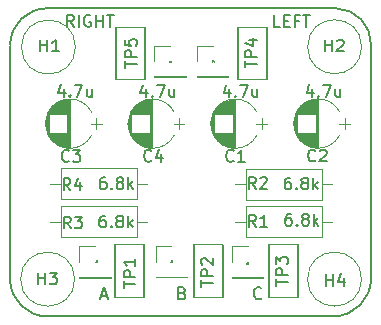
<source format=gto>
G04 #@! TF.FileFunction,Legend,Top*
%FSLAX46Y46*%
G04 Gerber Fmt 4.6, Leading zero omitted, Abs format (unit mm)*
G04 Created by KiCad (PCBNEW 4.0.7) date 10/31/19 18:54:42*
%MOMM*%
%LPD*%
G01*
G04 APERTURE LIST*
%ADD10C,0.100000*%
%ADD11C,0.150000*%
%ADD12C,0.200000*%
%ADD13C,0.120000*%
%ADD14C,0.031750*%
G04 APERTURE END LIST*
D10*
D11*
X157612000Y-82707000D02*
X182095000Y-82707000D01*
X157620000Y-108776000D02*
X181851000Y-108776000D01*
D12*
X175732524Y-107240143D02*
X175684905Y-107287762D01*
X175542048Y-107335381D01*
X175446810Y-107335381D01*
X175303952Y-107287762D01*
X175208714Y-107192524D01*
X175161095Y-107097286D01*
X175113476Y-106906810D01*
X175113476Y-106763952D01*
X175161095Y-106573476D01*
X175208714Y-106478238D01*
X175303952Y-106383000D01*
X175446810Y-106335381D01*
X175542048Y-106335381D01*
X175684905Y-106383000D01*
X175732524Y-106430619D01*
X169067429Y-106821571D02*
X169210286Y-106869190D01*
X169257905Y-106916810D01*
X169305524Y-107012048D01*
X169305524Y-107154905D01*
X169257905Y-107250143D01*
X169210286Y-107297762D01*
X169115048Y-107345381D01*
X168734095Y-107345381D01*
X168734095Y-106345381D01*
X169067429Y-106345381D01*
X169162667Y-106393000D01*
X169210286Y-106440619D01*
X169257905Y-106535857D01*
X169257905Y-106631095D01*
X169210286Y-106726333D01*
X169162667Y-106773952D01*
X169067429Y-106821571D01*
X168734095Y-106821571D01*
X162219905Y-107049667D02*
X162696096Y-107049667D01*
X162124667Y-107335381D02*
X162458000Y-106335381D01*
X162791334Y-107335381D01*
X177332619Y-84300381D02*
X176856428Y-84300381D01*
X176856428Y-83300381D01*
X177665952Y-83776571D02*
X177999286Y-83776571D01*
X178142143Y-84300381D02*
X177665952Y-84300381D01*
X177665952Y-83300381D01*
X178142143Y-83300381D01*
X178904048Y-83776571D02*
X178570714Y-83776571D01*
X178570714Y-84300381D02*
X178570714Y-83300381D01*
X179046905Y-83300381D01*
X179285000Y-83300381D02*
X179856429Y-83300381D01*
X179570714Y-84300381D02*
X179570714Y-83300381D01*
X159852667Y-84272381D02*
X159519333Y-83796190D01*
X159281238Y-84272381D02*
X159281238Y-83272381D01*
X159662191Y-83272381D01*
X159757429Y-83320000D01*
X159805048Y-83367619D01*
X159852667Y-83462857D01*
X159852667Y-83605714D01*
X159805048Y-83700952D01*
X159757429Y-83748571D01*
X159662191Y-83796190D01*
X159281238Y-83796190D01*
X160281238Y-84272381D02*
X160281238Y-83272381D01*
X161281238Y-83320000D02*
X161186000Y-83272381D01*
X161043143Y-83272381D01*
X160900285Y-83320000D01*
X160805047Y-83415238D01*
X160757428Y-83510476D01*
X160709809Y-83700952D01*
X160709809Y-83843810D01*
X160757428Y-84034286D01*
X160805047Y-84129524D01*
X160900285Y-84224762D01*
X161043143Y-84272381D01*
X161138381Y-84272381D01*
X161281238Y-84224762D01*
X161328857Y-84177143D01*
X161328857Y-83843810D01*
X161138381Y-83843810D01*
X161757428Y-84272381D02*
X161757428Y-83272381D01*
X161757428Y-83748571D02*
X162328857Y-83748571D01*
X162328857Y-84272381D02*
X162328857Y-83272381D01*
X162662190Y-83272381D02*
X163233619Y-83272381D01*
X162947904Y-84272381D02*
X162947904Y-83272381D01*
X180059810Y-89533714D02*
X180059810Y-90200381D01*
X179821714Y-89152762D02*
X179583619Y-89867048D01*
X180202667Y-89867048D01*
X180583619Y-90105143D02*
X180631238Y-90152762D01*
X180583619Y-90200381D01*
X180536000Y-90152762D01*
X180583619Y-90105143D01*
X180583619Y-90200381D01*
X180964571Y-89200381D02*
X181631238Y-89200381D01*
X181202666Y-90200381D01*
X182440762Y-89533714D02*
X182440762Y-90200381D01*
X182012190Y-89533714D02*
X182012190Y-90057524D01*
X182059809Y-90152762D01*
X182155047Y-90200381D01*
X182297905Y-90200381D01*
X182393143Y-90152762D01*
X182440762Y-90105143D01*
X173033810Y-89556714D02*
X173033810Y-90223381D01*
X172795714Y-89175762D02*
X172557619Y-89890048D01*
X173176667Y-89890048D01*
X173557619Y-90128143D02*
X173605238Y-90175762D01*
X173557619Y-90223381D01*
X173510000Y-90175762D01*
X173557619Y-90128143D01*
X173557619Y-90223381D01*
X173938571Y-89223381D02*
X174605238Y-89223381D01*
X174176666Y-90223381D01*
X175414762Y-89556714D02*
X175414762Y-90223381D01*
X174986190Y-89556714D02*
X174986190Y-90080524D01*
X175033809Y-90175762D01*
X175129047Y-90223381D01*
X175271905Y-90223381D01*
X175367143Y-90175762D01*
X175414762Y-90128143D01*
X165992810Y-89556714D02*
X165992810Y-90223381D01*
X165754714Y-89175762D02*
X165516619Y-89890048D01*
X166135667Y-89890048D01*
X166516619Y-90128143D02*
X166564238Y-90175762D01*
X166516619Y-90223381D01*
X166469000Y-90175762D01*
X166516619Y-90128143D01*
X166516619Y-90223381D01*
X166897571Y-89223381D02*
X167564238Y-89223381D01*
X167135666Y-90223381D01*
X168373762Y-89556714D02*
X168373762Y-90223381D01*
X167945190Y-89556714D02*
X167945190Y-90080524D01*
X167992809Y-90175762D01*
X168088047Y-90223381D01*
X168230905Y-90223381D01*
X168326143Y-90175762D01*
X168373762Y-90128143D01*
X162548429Y-97018381D02*
X162357952Y-97018381D01*
X162262714Y-97066000D01*
X162215095Y-97113619D01*
X162119857Y-97256476D01*
X162072238Y-97446952D01*
X162072238Y-97827905D01*
X162119857Y-97923143D01*
X162167476Y-97970762D01*
X162262714Y-98018381D01*
X162453191Y-98018381D01*
X162548429Y-97970762D01*
X162596048Y-97923143D01*
X162643667Y-97827905D01*
X162643667Y-97589810D01*
X162596048Y-97494571D01*
X162548429Y-97446952D01*
X162453191Y-97399333D01*
X162262714Y-97399333D01*
X162167476Y-97446952D01*
X162119857Y-97494571D01*
X162072238Y-97589810D01*
X163072238Y-97923143D02*
X163119857Y-97970762D01*
X163072238Y-98018381D01*
X163024619Y-97970762D01*
X163072238Y-97923143D01*
X163072238Y-98018381D01*
X163691285Y-97446952D02*
X163596047Y-97399333D01*
X163548428Y-97351714D01*
X163500809Y-97256476D01*
X163500809Y-97208857D01*
X163548428Y-97113619D01*
X163596047Y-97066000D01*
X163691285Y-97018381D01*
X163881762Y-97018381D01*
X163977000Y-97066000D01*
X164024619Y-97113619D01*
X164072238Y-97208857D01*
X164072238Y-97256476D01*
X164024619Y-97351714D01*
X163977000Y-97399333D01*
X163881762Y-97446952D01*
X163691285Y-97446952D01*
X163596047Y-97494571D01*
X163548428Y-97542190D01*
X163500809Y-97637429D01*
X163500809Y-97827905D01*
X163548428Y-97923143D01*
X163596047Y-97970762D01*
X163691285Y-98018381D01*
X163881762Y-98018381D01*
X163977000Y-97970762D01*
X164024619Y-97923143D01*
X164072238Y-97827905D01*
X164072238Y-97637429D01*
X164024619Y-97542190D01*
X163977000Y-97494571D01*
X163881762Y-97446952D01*
X164500809Y-98018381D02*
X164500809Y-97018381D01*
X164596047Y-97637429D02*
X164881762Y-98018381D01*
X164881762Y-97351714D02*
X164500809Y-97732667D01*
X178250429Y-100120381D02*
X178059952Y-100120381D01*
X177964714Y-100168000D01*
X177917095Y-100215619D01*
X177821857Y-100358476D01*
X177774238Y-100548952D01*
X177774238Y-100929905D01*
X177821857Y-101025143D01*
X177869476Y-101072762D01*
X177964714Y-101120381D01*
X178155191Y-101120381D01*
X178250429Y-101072762D01*
X178298048Y-101025143D01*
X178345667Y-100929905D01*
X178345667Y-100691810D01*
X178298048Y-100596571D01*
X178250429Y-100548952D01*
X178155191Y-100501333D01*
X177964714Y-100501333D01*
X177869476Y-100548952D01*
X177821857Y-100596571D01*
X177774238Y-100691810D01*
X178774238Y-101025143D02*
X178821857Y-101072762D01*
X178774238Y-101120381D01*
X178726619Y-101072762D01*
X178774238Y-101025143D01*
X178774238Y-101120381D01*
X179393285Y-100548952D02*
X179298047Y-100501333D01*
X179250428Y-100453714D01*
X179202809Y-100358476D01*
X179202809Y-100310857D01*
X179250428Y-100215619D01*
X179298047Y-100168000D01*
X179393285Y-100120381D01*
X179583762Y-100120381D01*
X179679000Y-100168000D01*
X179726619Y-100215619D01*
X179774238Y-100310857D01*
X179774238Y-100358476D01*
X179726619Y-100453714D01*
X179679000Y-100501333D01*
X179583762Y-100548952D01*
X179393285Y-100548952D01*
X179298047Y-100596571D01*
X179250428Y-100644190D01*
X179202809Y-100739429D01*
X179202809Y-100929905D01*
X179250428Y-101025143D01*
X179298047Y-101072762D01*
X179393285Y-101120381D01*
X179583762Y-101120381D01*
X179679000Y-101072762D01*
X179726619Y-101025143D01*
X179774238Y-100929905D01*
X179774238Y-100739429D01*
X179726619Y-100644190D01*
X179679000Y-100596571D01*
X179583762Y-100548952D01*
X180202809Y-101120381D02*
X180202809Y-100120381D01*
X180298047Y-100739429D02*
X180583762Y-101120381D01*
X180583762Y-100453714D02*
X180202809Y-100834667D01*
X178194429Y-97046381D02*
X178003952Y-97046381D01*
X177908714Y-97094000D01*
X177861095Y-97141619D01*
X177765857Y-97284476D01*
X177718238Y-97474952D01*
X177718238Y-97855905D01*
X177765857Y-97951143D01*
X177813476Y-97998762D01*
X177908714Y-98046381D01*
X178099191Y-98046381D01*
X178194429Y-97998762D01*
X178242048Y-97951143D01*
X178289667Y-97855905D01*
X178289667Y-97617810D01*
X178242048Y-97522571D01*
X178194429Y-97474952D01*
X178099191Y-97427333D01*
X177908714Y-97427333D01*
X177813476Y-97474952D01*
X177765857Y-97522571D01*
X177718238Y-97617810D01*
X178718238Y-97951143D02*
X178765857Y-97998762D01*
X178718238Y-98046381D01*
X178670619Y-97998762D01*
X178718238Y-97951143D01*
X178718238Y-98046381D01*
X179337285Y-97474952D02*
X179242047Y-97427333D01*
X179194428Y-97379714D01*
X179146809Y-97284476D01*
X179146809Y-97236857D01*
X179194428Y-97141619D01*
X179242047Y-97094000D01*
X179337285Y-97046381D01*
X179527762Y-97046381D01*
X179623000Y-97094000D01*
X179670619Y-97141619D01*
X179718238Y-97236857D01*
X179718238Y-97284476D01*
X179670619Y-97379714D01*
X179623000Y-97427333D01*
X179527762Y-97474952D01*
X179337285Y-97474952D01*
X179242047Y-97522571D01*
X179194428Y-97570190D01*
X179146809Y-97665429D01*
X179146809Y-97855905D01*
X179194428Y-97951143D01*
X179242047Y-97998762D01*
X179337285Y-98046381D01*
X179527762Y-98046381D01*
X179623000Y-97998762D01*
X179670619Y-97951143D01*
X179718238Y-97855905D01*
X179718238Y-97665429D01*
X179670619Y-97570190D01*
X179623000Y-97522571D01*
X179527762Y-97474952D01*
X180146809Y-98046381D02*
X180146809Y-97046381D01*
X180242047Y-97665429D02*
X180527762Y-98046381D01*
X180527762Y-97379714D02*
X180146809Y-97760667D01*
X162520429Y-100260381D02*
X162329952Y-100260381D01*
X162234714Y-100308000D01*
X162187095Y-100355619D01*
X162091857Y-100498476D01*
X162044238Y-100688952D01*
X162044238Y-101069905D01*
X162091857Y-101165143D01*
X162139476Y-101212762D01*
X162234714Y-101260381D01*
X162425191Y-101260381D01*
X162520429Y-101212762D01*
X162568048Y-101165143D01*
X162615667Y-101069905D01*
X162615667Y-100831810D01*
X162568048Y-100736571D01*
X162520429Y-100688952D01*
X162425191Y-100641333D01*
X162234714Y-100641333D01*
X162139476Y-100688952D01*
X162091857Y-100736571D01*
X162044238Y-100831810D01*
X163044238Y-101165143D02*
X163091857Y-101212762D01*
X163044238Y-101260381D01*
X162996619Y-101212762D01*
X163044238Y-101165143D01*
X163044238Y-101260381D01*
X163663285Y-100688952D02*
X163568047Y-100641333D01*
X163520428Y-100593714D01*
X163472809Y-100498476D01*
X163472809Y-100450857D01*
X163520428Y-100355619D01*
X163568047Y-100308000D01*
X163663285Y-100260381D01*
X163853762Y-100260381D01*
X163949000Y-100308000D01*
X163996619Y-100355619D01*
X164044238Y-100450857D01*
X164044238Y-100498476D01*
X163996619Y-100593714D01*
X163949000Y-100641333D01*
X163853762Y-100688952D01*
X163663285Y-100688952D01*
X163568047Y-100736571D01*
X163520428Y-100784190D01*
X163472809Y-100879429D01*
X163472809Y-101069905D01*
X163520428Y-101165143D01*
X163568047Y-101212762D01*
X163663285Y-101260381D01*
X163853762Y-101260381D01*
X163949000Y-101212762D01*
X163996619Y-101165143D01*
X164044238Y-101069905D01*
X164044238Y-100879429D01*
X163996619Y-100784190D01*
X163949000Y-100736571D01*
X163853762Y-100688952D01*
X164472809Y-101260381D02*
X164472809Y-100260381D01*
X164568047Y-100879429D02*
X164853762Y-101260381D01*
X164853762Y-100593714D02*
X164472809Y-100974667D01*
X159028810Y-89518714D02*
X159028810Y-90185381D01*
X158790714Y-89137762D02*
X158552619Y-89852048D01*
X159171667Y-89852048D01*
X159552619Y-90090143D02*
X159600238Y-90137762D01*
X159552619Y-90185381D01*
X159505000Y-90137762D01*
X159552619Y-90090143D01*
X159552619Y-90185381D01*
X159933571Y-89185381D02*
X160600238Y-89185381D01*
X160171666Y-90185381D01*
X161409762Y-89518714D02*
X161409762Y-90185381D01*
X160981190Y-89518714D02*
X160981190Y-90042524D01*
X161028809Y-90137762D01*
X161124047Y-90185381D01*
X161266905Y-90185381D01*
X161362143Y-90137762D01*
X161409762Y-90090143D01*
D11*
X154467000Y-105770000D02*
X154467000Y-85863000D01*
X185023000Y-85794000D02*
X185023000Y-105636000D01*
X154472000Y-105697000D02*
G75*
G03X157685000Y-108794000I3155000J58000D01*
G01*
X181849000Y-108789000D02*
G75*
G03X185035000Y-105603000I0J3186000D01*
G01*
X157628000Y-82710000D02*
G75*
G03X154479000Y-85819000I-20000J-3129000D01*
G01*
X185037000Y-85803000D02*
G75*
G03X182065000Y-82709000I-3033000J61000D01*
G01*
D13*
X160328000Y-105534000D02*
X162988000Y-105534000D01*
X160328000Y-105474000D02*
X160328000Y-105534000D01*
X162988000Y-105474000D02*
X162988000Y-105534000D01*
X160328000Y-105474000D02*
X162988000Y-105474000D01*
X160328000Y-104204000D02*
X160328000Y-102874000D01*
X160328000Y-102874000D02*
X161658000Y-102874000D01*
X166798000Y-105480000D02*
X169458000Y-105480000D01*
X166798000Y-105420000D02*
X166798000Y-105480000D01*
X169458000Y-105420000D02*
X169458000Y-105480000D01*
X166798000Y-105420000D02*
X169458000Y-105420000D01*
X166798000Y-104150000D02*
X166798000Y-102820000D01*
X166798000Y-102820000D02*
X168128000Y-102820000D01*
X173259000Y-105531000D02*
X175919000Y-105531000D01*
X173259000Y-105471000D02*
X173259000Y-105531000D01*
X175919000Y-105471000D02*
X175919000Y-105531000D01*
X173259000Y-105471000D02*
X175919000Y-105471000D01*
X173259000Y-104201000D02*
X173259000Y-102871000D01*
X173259000Y-102871000D02*
X174589000Y-102871000D01*
X170301000Y-88523000D02*
X172961000Y-88523000D01*
X170301000Y-88463000D02*
X170301000Y-88523000D01*
X172961000Y-88463000D02*
X172961000Y-88523000D01*
X170301000Y-88463000D02*
X172961000Y-88463000D01*
X170301000Y-87193000D02*
X170301000Y-85863000D01*
X170301000Y-85863000D02*
X171631000Y-85863000D01*
X166695000Y-88524000D02*
X169355000Y-88524000D01*
X166695000Y-88464000D02*
X166695000Y-88524000D01*
X169355000Y-88464000D02*
X169355000Y-88524000D01*
X166695000Y-88464000D02*
X169355000Y-88464000D01*
X166695000Y-87194000D02*
X166695000Y-85864000D01*
X166695000Y-85864000D02*
X168025000Y-85864000D01*
X174427000Y-99477000D02*
X174427000Y-102097000D01*
X174427000Y-102097000D02*
X180847000Y-102097000D01*
X180847000Y-102097000D02*
X180847000Y-99477000D01*
X180847000Y-99477000D02*
X174427000Y-99477000D01*
X173537000Y-100787000D02*
X174427000Y-100787000D01*
X181737000Y-100787000D02*
X180847000Y-100787000D01*
X174428000Y-96312000D02*
X174428000Y-98932000D01*
X174428000Y-98932000D02*
X180848000Y-98932000D01*
X180848000Y-98932000D02*
X180848000Y-96312000D01*
X180848000Y-96312000D02*
X174428000Y-96312000D01*
X173538000Y-97622000D02*
X174428000Y-97622000D01*
X181738000Y-97622000D02*
X180848000Y-97622000D01*
X165191000Y-102092000D02*
X165191000Y-99472000D01*
X165191000Y-99472000D02*
X158771000Y-99472000D01*
X158771000Y-99472000D02*
X158771000Y-102092000D01*
X158771000Y-102092000D02*
X165191000Y-102092000D01*
X166081000Y-100782000D02*
X165191000Y-100782000D01*
X157881000Y-100782000D02*
X158771000Y-100782000D01*
X165191000Y-98892000D02*
X165191000Y-96272000D01*
X165191000Y-96272000D02*
X158771000Y-96272000D01*
X158771000Y-96272000D02*
X158771000Y-98892000D01*
X158771000Y-98892000D02*
X165191000Y-98892000D01*
X166081000Y-97582000D02*
X165191000Y-97582000D01*
X157881000Y-97582000D02*
X158771000Y-97582000D01*
D11*
X163485000Y-84269000D02*
X163485000Y-88709000D01*
X165935000Y-88709000D02*
X165935000Y-84279000D01*
D13*
X163485000Y-84259000D02*
X165885000Y-84259000D01*
X165915000Y-88729000D02*
X163515000Y-88729000D01*
D11*
X173750000Y-84264000D02*
X173750000Y-88704000D01*
X176200000Y-88704000D02*
X176200000Y-84274000D01*
D13*
X173750000Y-84254000D02*
X176150000Y-84254000D01*
X176180000Y-88724000D02*
X173780000Y-88724000D01*
D11*
X163402000Y-102702000D02*
X163402000Y-107142000D01*
X165852000Y-107142000D02*
X165852000Y-102712000D01*
D13*
X163402000Y-102692000D02*
X165802000Y-102692000D01*
X165832000Y-107162000D02*
X163432000Y-107162000D01*
D11*
X170027000Y-102702000D02*
X170027000Y-107142000D01*
X172477000Y-107142000D02*
X172477000Y-102712000D01*
D13*
X170027000Y-102692000D02*
X172427000Y-102692000D01*
X172457000Y-107162000D02*
X170057000Y-107162000D01*
D11*
X176366000Y-102683000D02*
X176366000Y-107123000D01*
X178816000Y-107123000D02*
X178816000Y-102693000D01*
D13*
X176366000Y-102673000D02*
X178766000Y-102673000D01*
X178796000Y-107143000D02*
X176396000Y-107143000D01*
X160010000Y-85989000D02*
G75*
G03X160010000Y-85989000I-2286000J0D01*
G01*
X184240000Y-85965000D02*
G75*
G03X184240000Y-85965000I-2286000J0D01*
G01*
X159944000Y-105644000D02*
G75*
G03X159944000Y-105644000I-2286000J0D01*
G01*
X184231000Y-105641000D02*
G75*
G03X184231000Y-105641000I-2286000J0D01*
G01*
X171684564Y-93460170D02*
G75*
G03X175376996Y-93461000I1846436J979170D01*
G01*
X171684564Y-91501830D02*
G75*
G02X175376996Y-91501000I1846436J-979170D01*
G01*
X171684564Y-91501830D02*
G75*
G03X171685004Y-93461000I1846436J-979170D01*
G01*
X173531000Y-94531000D02*
X173531000Y-90431000D01*
X173491000Y-94531000D02*
X173491000Y-90431000D01*
X173451000Y-94530000D02*
X173451000Y-90432000D01*
X173411000Y-94528000D02*
X173411000Y-90434000D01*
X173371000Y-94525000D02*
X173371000Y-90437000D01*
X173331000Y-94522000D02*
X173331000Y-90440000D01*
X173291000Y-94518000D02*
X173291000Y-93261000D01*
X173291000Y-91701000D02*
X173291000Y-90444000D01*
X173251000Y-94513000D02*
X173251000Y-93261000D01*
X173251000Y-91701000D02*
X173251000Y-90449000D01*
X173211000Y-94507000D02*
X173211000Y-93261000D01*
X173211000Y-91701000D02*
X173211000Y-90455000D01*
X173171000Y-94500000D02*
X173171000Y-93261000D01*
X173171000Y-91701000D02*
X173171000Y-90462000D01*
X173131000Y-94493000D02*
X173131000Y-93261000D01*
X173131000Y-91701000D02*
X173131000Y-90469000D01*
X173091000Y-94485000D02*
X173091000Y-93261000D01*
X173091000Y-91701000D02*
X173091000Y-90477000D01*
X173051000Y-94476000D02*
X173051000Y-93261000D01*
X173051000Y-91701000D02*
X173051000Y-90486000D01*
X173011000Y-94466000D02*
X173011000Y-93261000D01*
X173011000Y-91701000D02*
X173011000Y-90496000D01*
X172971000Y-94455000D02*
X172971000Y-93261000D01*
X172971000Y-91701000D02*
X172971000Y-90507000D01*
X172931000Y-94444000D02*
X172931000Y-93261000D01*
X172931000Y-91701000D02*
X172931000Y-90518000D01*
X172891000Y-94431000D02*
X172891000Y-93261000D01*
X172891000Y-91701000D02*
X172891000Y-90531000D01*
X172851000Y-94418000D02*
X172851000Y-93261000D01*
X172851000Y-91701000D02*
X172851000Y-90544000D01*
X172810000Y-94404000D02*
X172810000Y-93261000D01*
X172810000Y-91701000D02*
X172810000Y-90558000D01*
X172770000Y-94388000D02*
X172770000Y-93261000D01*
X172770000Y-91701000D02*
X172770000Y-90574000D01*
X172730000Y-94372000D02*
X172730000Y-93261000D01*
X172730000Y-91701000D02*
X172730000Y-90590000D01*
X172690000Y-94355000D02*
X172690000Y-93261000D01*
X172690000Y-91701000D02*
X172690000Y-90607000D01*
X172650000Y-94337000D02*
X172650000Y-93261000D01*
X172650000Y-91701000D02*
X172650000Y-90625000D01*
X172610000Y-94318000D02*
X172610000Y-93261000D01*
X172610000Y-91701000D02*
X172610000Y-90644000D01*
X172570000Y-94298000D02*
X172570000Y-93261000D01*
X172570000Y-91701000D02*
X172570000Y-90664000D01*
X172530000Y-94277000D02*
X172530000Y-93261000D01*
X172530000Y-91701000D02*
X172530000Y-90685000D01*
X172490000Y-94254000D02*
X172490000Y-93261000D01*
X172490000Y-91701000D02*
X172490000Y-90708000D01*
X172450000Y-94231000D02*
X172450000Y-93261000D01*
X172450000Y-91701000D02*
X172450000Y-90731000D01*
X172410000Y-94206000D02*
X172410000Y-93261000D01*
X172410000Y-91701000D02*
X172410000Y-90756000D01*
X172370000Y-94180000D02*
X172370000Y-93261000D01*
X172370000Y-91701000D02*
X172370000Y-90782000D01*
X172330000Y-94153000D02*
X172330000Y-93261000D01*
X172330000Y-91701000D02*
X172330000Y-90809000D01*
X172290000Y-94124000D02*
X172290000Y-93261000D01*
X172290000Y-91701000D02*
X172290000Y-90838000D01*
X172250000Y-94094000D02*
X172250000Y-93261000D01*
X172250000Y-91701000D02*
X172250000Y-90868000D01*
X172210000Y-94062000D02*
X172210000Y-93261000D01*
X172210000Y-91701000D02*
X172210000Y-90900000D01*
X172170000Y-94028000D02*
X172170000Y-93261000D01*
X172170000Y-91701000D02*
X172170000Y-90934000D01*
X172130000Y-93993000D02*
X172130000Y-93261000D01*
X172130000Y-91701000D02*
X172130000Y-90969000D01*
X172090000Y-93956000D02*
X172090000Y-93261000D01*
X172090000Y-91701000D02*
X172090000Y-91006000D01*
X172050000Y-93917000D02*
X172050000Y-93261000D01*
X172050000Y-91701000D02*
X172050000Y-91045000D01*
X172010000Y-93876000D02*
X172010000Y-93261000D01*
X172010000Y-91701000D02*
X172010000Y-91086000D01*
X171970000Y-93832000D02*
X171970000Y-93261000D01*
X171970000Y-91701000D02*
X171970000Y-91130000D01*
X171930000Y-93786000D02*
X171930000Y-93261000D01*
X171930000Y-91701000D02*
X171930000Y-91176000D01*
X171890000Y-93737000D02*
X171890000Y-93261000D01*
X171890000Y-91701000D02*
X171890000Y-91225000D01*
X171850000Y-93685000D02*
X171850000Y-93261000D01*
X171850000Y-91701000D02*
X171850000Y-91277000D01*
X171810000Y-93629000D02*
X171810000Y-93261000D01*
X171810000Y-91701000D02*
X171810000Y-91333000D01*
X171770000Y-93569000D02*
X171770000Y-93261000D01*
X171770000Y-91701000D02*
X171770000Y-91393000D01*
X171730000Y-93504000D02*
X171730000Y-91458000D01*
X171690000Y-93433000D02*
X171690000Y-91529000D01*
X171650000Y-93355000D02*
X171650000Y-91607000D01*
X171610000Y-93267000D02*
X171610000Y-91695000D01*
X171570000Y-93167000D02*
X171570000Y-91795000D01*
X171530000Y-93048000D02*
X171530000Y-91914000D01*
X171490000Y-92896000D02*
X171490000Y-92066000D01*
X171450000Y-92646000D02*
X171450000Y-92316000D01*
X176231000Y-92481000D02*
X175331000Y-92481000D01*
X175781000Y-92931000D02*
X175781000Y-92031000D01*
X178700564Y-93448170D02*
G75*
G03X182392996Y-93449000I1846436J979170D01*
G01*
X178700564Y-91489830D02*
G75*
G02X182392996Y-91489000I1846436J-979170D01*
G01*
X178700564Y-91489830D02*
G75*
G03X178701004Y-93449000I1846436J-979170D01*
G01*
X180547000Y-94519000D02*
X180547000Y-90419000D01*
X180507000Y-94519000D02*
X180507000Y-90419000D01*
X180467000Y-94518000D02*
X180467000Y-90420000D01*
X180427000Y-94516000D02*
X180427000Y-90422000D01*
X180387000Y-94513000D02*
X180387000Y-90425000D01*
X180347000Y-94510000D02*
X180347000Y-90428000D01*
X180307000Y-94506000D02*
X180307000Y-93249000D01*
X180307000Y-91689000D02*
X180307000Y-90432000D01*
X180267000Y-94501000D02*
X180267000Y-93249000D01*
X180267000Y-91689000D02*
X180267000Y-90437000D01*
X180227000Y-94495000D02*
X180227000Y-93249000D01*
X180227000Y-91689000D02*
X180227000Y-90443000D01*
X180187000Y-94488000D02*
X180187000Y-93249000D01*
X180187000Y-91689000D02*
X180187000Y-90450000D01*
X180147000Y-94481000D02*
X180147000Y-93249000D01*
X180147000Y-91689000D02*
X180147000Y-90457000D01*
X180107000Y-94473000D02*
X180107000Y-93249000D01*
X180107000Y-91689000D02*
X180107000Y-90465000D01*
X180067000Y-94464000D02*
X180067000Y-93249000D01*
X180067000Y-91689000D02*
X180067000Y-90474000D01*
X180027000Y-94454000D02*
X180027000Y-93249000D01*
X180027000Y-91689000D02*
X180027000Y-90484000D01*
X179987000Y-94443000D02*
X179987000Y-93249000D01*
X179987000Y-91689000D02*
X179987000Y-90495000D01*
X179947000Y-94432000D02*
X179947000Y-93249000D01*
X179947000Y-91689000D02*
X179947000Y-90506000D01*
X179907000Y-94419000D02*
X179907000Y-93249000D01*
X179907000Y-91689000D02*
X179907000Y-90519000D01*
X179867000Y-94406000D02*
X179867000Y-93249000D01*
X179867000Y-91689000D02*
X179867000Y-90532000D01*
X179826000Y-94392000D02*
X179826000Y-93249000D01*
X179826000Y-91689000D02*
X179826000Y-90546000D01*
X179786000Y-94376000D02*
X179786000Y-93249000D01*
X179786000Y-91689000D02*
X179786000Y-90562000D01*
X179746000Y-94360000D02*
X179746000Y-93249000D01*
X179746000Y-91689000D02*
X179746000Y-90578000D01*
X179706000Y-94343000D02*
X179706000Y-93249000D01*
X179706000Y-91689000D02*
X179706000Y-90595000D01*
X179666000Y-94325000D02*
X179666000Y-93249000D01*
X179666000Y-91689000D02*
X179666000Y-90613000D01*
X179626000Y-94306000D02*
X179626000Y-93249000D01*
X179626000Y-91689000D02*
X179626000Y-90632000D01*
X179586000Y-94286000D02*
X179586000Y-93249000D01*
X179586000Y-91689000D02*
X179586000Y-90652000D01*
X179546000Y-94265000D02*
X179546000Y-93249000D01*
X179546000Y-91689000D02*
X179546000Y-90673000D01*
X179506000Y-94242000D02*
X179506000Y-93249000D01*
X179506000Y-91689000D02*
X179506000Y-90696000D01*
X179466000Y-94219000D02*
X179466000Y-93249000D01*
X179466000Y-91689000D02*
X179466000Y-90719000D01*
X179426000Y-94194000D02*
X179426000Y-93249000D01*
X179426000Y-91689000D02*
X179426000Y-90744000D01*
X179386000Y-94168000D02*
X179386000Y-93249000D01*
X179386000Y-91689000D02*
X179386000Y-90770000D01*
X179346000Y-94141000D02*
X179346000Y-93249000D01*
X179346000Y-91689000D02*
X179346000Y-90797000D01*
X179306000Y-94112000D02*
X179306000Y-93249000D01*
X179306000Y-91689000D02*
X179306000Y-90826000D01*
X179266000Y-94082000D02*
X179266000Y-93249000D01*
X179266000Y-91689000D02*
X179266000Y-90856000D01*
X179226000Y-94050000D02*
X179226000Y-93249000D01*
X179226000Y-91689000D02*
X179226000Y-90888000D01*
X179186000Y-94016000D02*
X179186000Y-93249000D01*
X179186000Y-91689000D02*
X179186000Y-90922000D01*
X179146000Y-93981000D02*
X179146000Y-93249000D01*
X179146000Y-91689000D02*
X179146000Y-90957000D01*
X179106000Y-93944000D02*
X179106000Y-93249000D01*
X179106000Y-91689000D02*
X179106000Y-90994000D01*
X179066000Y-93905000D02*
X179066000Y-93249000D01*
X179066000Y-91689000D02*
X179066000Y-91033000D01*
X179026000Y-93864000D02*
X179026000Y-93249000D01*
X179026000Y-91689000D02*
X179026000Y-91074000D01*
X178986000Y-93820000D02*
X178986000Y-93249000D01*
X178986000Y-91689000D02*
X178986000Y-91118000D01*
X178946000Y-93774000D02*
X178946000Y-93249000D01*
X178946000Y-91689000D02*
X178946000Y-91164000D01*
X178906000Y-93725000D02*
X178906000Y-93249000D01*
X178906000Y-91689000D02*
X178906000Y-91213000D01*
X178866000Y-93673000D02*
X178866000Y-93249000D01*
X178866000Y-91689000D02*
X178866000Y-91265000D01*
X178826000Y-93617000D02*
X178826000Y-93249000D01*
X178826000Y-91689000D02*
X178826000Y-91321000D01*
X178786000Y-93557000D02*
X178786000Y-93249000D01*
X178786000Y-91689000D02*
X178786000Y-91381000D01*
X178746000Y-93492000D02*
X178746000Y-91446000D01*
X178706000Y-93421000D02*
X178706000Y-91517000D01*
X178666000Y-93343000D02*
X178666000Y-91595000D01*
X178626000Y-93255000D02*
X178626000Y-91683000D01*
X178586000Y-93155000D02*
X178586000Y-91783000D01*
X178546000Y-93036000D02*
X178546000Y-91902000D01*
X178506000Y-92884000D02*
X178506000Y-92054000D01*
X178466000Y-92634000D02*
X178466000Y-92304000D01*
X183247000Y-92469000D02*
X182347000Y-92469000D01*
X182797000Y-92919000D02*
X182797000Y-92019000D01*
X157686564Y-93460170D02*
G75*
G03X161378996Y-93461000I1846436J979170D01*
G01*
X157686564Y-91501830D02*
G75*
G02X161378996Y-91501000I1846436J-979170D01*
G01*
X157686564Y-91501830D02*
G75*
G03X157687004Y-93461000I1846436J-979170D01*
G01*
X159533000Y-94531000D02*
X159533000Y-90431000D01*
X159493000Y-94531000D02*
X159493000Y-90431000D01*
X159453000Y-94530000D02*
X159453000Y-90432000D01*
X159413000Y-94528000D02*
X159413000Y-90434000D01*
X159373000Y-94525000D02*
X159373000Y-90437000D01*
X159333000Y-94522000D02*
X159333000Y-90440000D01*
X159293000Y-94518000D02*
X159293000Y-93261000D01*
X159293000Y-91701000D02*
X159293000Y-90444000D01*
X159253000Y-94513000D02*
X159253000Y-93261000D01*
X159253000Y-91701000D02*
X159253000Y-90449000D01*
X159213000Y-94507000D02*
X159213000Y-93261000D01*
X159213000Y-91701000D02*
X159213000Y-90455000D01*
X159173000Y-94500000D02*
X159173000Y-93261000D01*
X159173000Y-91701000D02*
X159173000Y-90462000D01*
X159133000Y-94493000D02*
X159133000Y-93261000D01*
X159133000Y-91701000D02*
X159133000Y-90469000D01*
X159093000Y-94485000D02*
X159093000Y-93261000D01*
X159093000Y-91701000D02*
X159093000Y-90477000D01*
X159053000Y-94476000D02*
X159053000Y-93261000D01*
X159053000Y-91701000D02*
X159053000Y-90486000D01*
X159013000Y-94466000D02*
X159013000Y-93261000D01*
X159013000Y-91701000D02*
X159013000Y-90496000D01*
X158973000Y-94455000D02*
X158973000Y-93261000D01*
X158973000Y-91701000D02*
X158973000Y-90507000D01*
X158933000Y-94444000D02*
X158933000Y-93261000D01*
X158933000Y-91701000D02*
X158933000Y-90518000D01*
X158893000Y-94431000D02*
X158893000Y-93261000D01*
X158893000Y-91701000D02*
X158893000Y-90531000D01*
X158853000Y-94418000D02*
X158853000Y-93261000D01*
X158853000Y-91701000D02*
X158853000Y-90544000D01*
X158812000Y-94404000D02*
X158812000Y-93261000D01*
X158812000Y-91701000D02*
X158812000Y-90558000D01*
X158772000Y-94388000D02*
X158772000Y-93261000D01*
X158772000Y-91701000D02*
X158772000Y-90574000D01*
X158732000Y-94372000D02*
X158732000Y-93261000D01*
X158732000Y-91701000D02*
X158732000Y-90590000D01*
X158692000Y-94355000D02*
X158692000Y-93261000D01*
X158692000Y-91701000D02*
X158692000Y-90607000D01*
X158652000Y-94337000D02*
X158652000Y-93261000D01*
X158652000Y-91701000D02*
X158652000Y-90625000D01*
X158612000Y-94318000D02*
X158612000Y-93261000D01*
X158612000Y-91701000D02*
X158612000Y-90644000D01*
X158572000Y-94298000D02*
X158572000Y-93261000D01*
X158572000Y-91701000D02*
X158572000Y-90664000D01*
X158532000Y-94277000D02*
X158532000Y-93261000D01*
X158532000Y-91701000D02*
X158532000Y-90685000D01*
X158492000Y-94254000D02*
X158492000Y-93261000D01*
X158492000Y-91701000D02*
X158492000Y-90708000D01*
X158452000Y-94231000D02*
X158452000Y-93261000D01*
X158452000Y-91701000D02*
X158452000Y-90731000D01*
X158412000Y-94206000D02*
X158412000Y-93261000D01*
X158412000Y-91701000D02*
X158412000Y-90756000D01*
X158372000Y-94180000D02*
X158372000Y-93261000D01*
X158372000Y-91701000D02*
X158372000Y-90782000D01*
X158332000Y-94153000D02*
X158332000Y-93261000D01*
X158332000Y-91701000D02*
X158332000Y-90809000D01*
X158292000Y-94124000D02*
X158292000Y-93261000D01*
X158292000Y-91701000D02*
X158292000Y-90838000D01*
X158252000Y-94094000D02*
X158252000Y-93261000D01*
X158252000Y-91701000D02*
X158252000Y-90868000D01*
X158212000Y-94062000D02*
X158212000Y-93261000D01*
X158212000Y-91701000D02*
X158212000Y-90900000D01*
X158172000Y-94028000D02*
X158172000Y-93261000D01*
X158172000Y-91701000D02*
X158172000Y-90934000D01*
X158132000Y-93993000D02*
X158132000Y-93261000D01*
X158132000Y-91701000D02*
X158132000Y-90969000D01*
X158092000Y-93956000D02*
X158092000Y-93261000D01*
X158092000Y-91701000D02*
X158092000Y-91006000D01*
X158052000Y-93917000D02*
X158052000Y-93261000D01*
X158052000Y-91701000D02*
X158052000Y-91045000D01*
X158012000Y-93876000D02*
X158012000Y-93261000D01*
X158012000Y-91701000D02*
X158012000Y-91086000D01*
X157972000Y-93832000D02*
X157972000Y-93261000D01*
X157972000Y-91701000D02*
X157972000Y-91130000D01*
X157932000Y-93786000D02*
X157932000Y-93261000D01*
X157932000Y-91701000D02*
X157932000Y-91176000D01*
X157892000Y-93737000D02*
X157892000Y-93261000D01*
X157892000Y-91701000D02*
X157892000Y-91225000D01*
X157852000Y-93685000D02*
X157852000Y-93261000D01*
X157852000Y-91701000D02*
X157852000Y-91277000D01*
X157812000Y-93629000D02*
X157812000Y-93261000D01*
X157812000Y-91701000D02*
X157812000Y-91333000D01*
X157772000Y-93569000D02*
X157772000Y-93261000D01*
X157772000Y-91701000D02*
X157772000Y-91393000D01*
X157732000Y-93504000D02*
X157732000Y-91458000D01*
X157692000Y-93433000D02*
X157692000Y-91529000D01*
X157652000Y-93355000D02*
X157652000Y-91607000D01*
X157612000Y-93267000D02*
X157612000Y-91695000D01*
X157572000Y-93167000D02*
X157572000Y-91795000D01*
X157532000Y-93048000D02*
X157532000Y-91914000D01*
X157492000Y-92896000D02*
X157492000Y-92066000D01*
X157452000Y-92646000D02*
X157452000Y-92316000D01*
X162233000Y-92481000D02*
X161333000Y-92481000D01*
X161783000Y-92931000D02*
X161783000Y-92031000D01*
X164684564Y-93458170D02*
G75*
G03X168376996Y-93459000I1846436J979170D01*
G01*
X164684564Y-91499830D02*
G75*
G02X168376996Y-91499000I1846436J-979170D01*
G01*
X164684564Y-91499830D02*
G75*
G03X164685004Y-93459000I1846436J-979170D01*
G01*
X166531000Y-94529000D02*
X166531000Y-90429000D01*
X166491000Y-94529000D02*
X166491000Y-90429000D01*
X166451000Y-94528000D02*
X166451000Y-90430000D01*
X166411000Y-94526000D02*
X166411000Y-90432000D01*
X166371000Y-94523000D02*
X166371000Y-90435000D01*
X166331000Y-94520000D02*
X166331000Y-90438000D01*
X166291000Y-94516000D02*
X166291000Y-93259000D01*
X166291000Y-91699000D02*
X166291000Y-90442000D01*
X166251000Y-94511000D02*
X166251000Y-93259000D01*
X166251000Y-91699000D02*
X166251000Y-90447000D01*
X166211000Y-94505000D02*
X166211000Y-93259000D01*
X166211000Y-91699000D02*
X166211000Y-90453000D01*
X166171000Y-94498000D02*
X166171000Y-93259000D01*
X166171000Y-91699000D02*
X166171000Y-90460000D01*
X166131000Y-94491000D02*
X166131000Y-93259000D01*
X166131000Y-91699000D02*
X166131000Y-90467000D01*
X166091000Y-94483000D02*
X166091000Y-93259000D01*
X166091000Y-91699000D02*
X166091000Y-90475000D01*
X166051000Y-94474000D02*
X166051000Y-93259000D01*
X166051000Y-91699000D02*
X166051000Y-90484000D01*
X166011000Y-94464000D02*
X166011000Y-93259000D01*
X166011000Y-91699000D02*
X166011000Y-90494000D01*
X165971000Y-94453000D02*
X165971000Y-93259000D01*
X165971000Y-91699000D02*
X165971000Y-90505000D01*
X165931000Y-94442000D02*
X165931000Y-93259000D01*
X165931000Y-91699000D02*
X165931000Y-90516000D01*
X165891000Y-94429000D02*
X165891000Y-93259000D01*
X165891000Y-91699000D02*
X165891000Y-90529000D01*
X165851000Y-94416000D02*
X165851000Y-93259000D01*
X165851000Y-91699000D02*
X165851000Y-90542000D01*
X165810000Y-94402000D02*
X165810000Y-93259000D01*
X165810000Y-91699000D02*
X165810000Y-90556000D01*
X165770000Y-94386000D02*
X165770000Y-93259000D01*
X165770000Y-91699000D02*
X165770000Y-90572000D01*
X165730000Y-94370000D02*
X165730000Y-93259000D01*
X165730000Y-91699000D02*
X165730000Y-90588000D01*
X165690000Y-94353000D02*
X165690000Y-93259000D01*
X165690000Y-91699000D02*
X165690000Y-90605000D01*
X165650000Y-94335000D02*
X165650000Y-93259000D01*
X165650000Y-91699000D02*
X165650000Y-90623000D01*
X165610000Y-94316000D02*
X165610000Y-93259000D01*
X165610000Y-91699000D02*
X165610000Y-90642000D01*
X165570000Y-94296000D02*
X165570000Y-93259000D01*
X165570000Y-91699000D02*
X165570000Y-90662000D01*
X165530000Y-94275000D02*
X165530000Y-93259000D01*
X165530000Y-91699000D02*
X165530000Y-90683000D01*
X165490000Y-94252000D02*
X165490000Y-93259000D01*
X165490000Y-91699000D02*
X165490000Y-90706000D01*
X165450000Y-94229000D02*
X165450000Y-93259000D01*
X165450000Y-91699000D02*
X165450000Y-90729000D01*
X165410000Y-94204000D02*
X165410000Y-93259000D01*
X165410000Y-91699000D02*
X165410000Y-90754000D01*
X165370000Y-94178000D02*
X165370000Y-93259000D01*
X165370000Y-91699000D02*
X165370000Y-90780000D01*
X165330000Y-94151000D02*
X165330000Y-93259000D01*
X165330000Y-91699000D02*
X165330000Y-90807000D01*
X165290000Y-94122000D02*
X165290000Y-93259000D01*
X165290000Y-91699000D02*
X165290000Y-90836000D01*
X165250000Y-94092000D02*
X165250000Y-93259000D01*
X165250000Y-91699000D02*
X165250000Y-90866000D01*
X165210000Y-94060000D02*
X165210000Y-93259000D01*
X165210000Y-91699000D02*
X165210000Y-90898000D01*
X165170000Y-94026000D02*
X165170000Y-93259000D01*
X165170000Y-91699000D02*
X165170000Y-90932000D01*
X165130000Y-93991000D02*
X165130000Y-93259000D01*
X165130000Y-91699000D02*
X165130000Y-90967000D01*
X165090000Y-93954000D02*
X165090000Y-93259000D01*
X165090000Y-91699000D02*
X165090000Y-91004000D01*
X165050000Y-93915000D02*
X165050000Y-93259000D01*
X165050000Y-91699000D02*
X165050000Y-91043000D01*
X165010000Y-93874000D02*
X165010000Y-93259000D01*
X165010000Y-91699000D02*
X165010000Y-91084000D01*
X164970000Y-93830000D02*
X164970000Y-93259000D01*
X164970000Y-91699000D02*
X164970000Y-91128000D01*
X164930000Y-93784000D02*
X164930000Y-93259000D01*
X164930000Y-91699000D02*
X164930000Y-91174000D01*
X164890000Y-93735000D02*
X164890000Y-93259000D01*
X164890000Y-91699000D02*
X164890000Y-91223000D01*
X164850000Y-93683000D02*
X164850000Y-93259000D01*
X164850000Y-91699000D02*
X164850000Y-91275000D01*
X164810000Y-93627000D02*
X164810000Y-93259000D01*
X164810000Y-91699000D02*
X164810000Y-91331000D01*
X164770000Y-93567000D02*
X164770000Y-93259000D01*
X164770000Y-91699000D02*
X164770000Y-91391000D01*
X164730000Y-93502000D02*
X164730000Y-91456000D01*
X164690000Y-93431000D02*
X164690000Y-91527000D01*
X164650000Y-93353000D02*
X164650000Y-91605000D01*
X164610000Y-93265000D02*
X164610000Y-91693000D01*
X164570000Y-93165000D02*
X164570000Y-91793000D01*
X164530000Y-93046000D02*
X164530000Y-91912000D01*
X164490000Y-92894000D02*
X164490000Y-92064000D01*
X164450000Y-92644000D02*
X164450000Y-92314000D01*
X169231000Y-92479000D02*
X168331000Y-92479000D01*
X168781000Y-92929000D02*
X168781000Y-92029000D01*
D14*
X161716667Y-104037452D02*
X161716667Y-104128167D01*
X161710619Y-104146310D01*
X161698524Y-104158405D01*
X161680381Y-104164452D01*
X161668286Y-104164452D01*
X161843667Y-104164452D02*
X161771095Y-104164452D01*
X161807381Y-104164452D02*
X161807381Y-104037452D01*
X161795286Y-104055595D01*
X161783191Y-104067690D01*
X161771095Y-104073738D01*
X168100667Y-104064452D02*
X168100667Y-104155167D01*
X168094619Y-104173310D01*
X168082524Y-104185405D01*
X168064381Y-104191452D01*
X168052286Y-104191452D01*
X168155095Y-104076548D02*
X168161143Y-104070500D01*
X168173238Y-104064452D01*
X168203476Y-104064452D01*
X168215572Y-104070500D01*
X168221619Y-104076548D01*
X168227667Y-104088643D01*
X168227667Y-104100738D01*
X168221619Y-104118881D01*
X168149048Y-104191452D01*
X168227667Y-104191452D01*
X174498667Y-104197452D02*
X174498667Y-104288167D01*
X174492619Y-104306310D01*
X174480524Y-104318405D01*
X174462381Y-104324452D01*
X174450286Y-104324452D01*
X174547048Y-104197452D02*
X174625667Y-104197452D01*
X174583334Y-104245833D01*
X174601476Y-104245833D01*
X174613572Y-104251881D01*
X174619619Y-104257929D01*
X174625667Y-104270024D01*
X174625667Y-104300262D01*
X174619619Y-104312357D01*
X174613572Y-104318405D01*
X174601476Y-104324452D01*
X174565191Y-104324452D01*
X174553095Y-104318405D01*
X174547048Y-104312357D01*
X171590667Y-87110452D02*
X171590667Y-87201167D01*
X171584619Y-87219310D01*
X171572524Y-87231405D01*
X171554381Y-87237452D01*
X171542286Y-87237452D01*
X171705572Y-87152786D02*
X171705572Y-87237452D01*
X171675334Y-87104405D02*
X171645095Y-87195119D01*
X171723715Y-87195119D01*
X167963667Y-87133452D02*
X167963667Y-87224167D01*
X167957619Y-87242310D01*
X167945524Y-87254405D01*
X167927381Y-87260452D01*
X167915286Y-87260452D01*
X168084619Y-87133452D02*
X168024143Y-87133452D01*
X168018095Y-87193929D01*
X168024143Y-87187881D01*
X168036238Y-87181833D01*
X168066476Y-87181833D01*
X168078572Y-87187881D01*
X168084619Y-87193929D01*
X168090667Y-87206024D01*
X168090667Y-87236262D01*
X168084619Y-87248357D01*
X168078572Y-87254405D01*
X168066476Y-87260452D01*
X168036238Y-87260452D01*
X168024143Y-87254405D01*
X168018095Y-87248357D01*
D11*
X175290334Y-101219381D02*
X174957000Y-100743190D01*
X174718905Y-101219381D02*
X174718905Y-100219381D01*
X175099858Y-100219381D01*
X175195096Y-100267000D01*
X175242715Y-100314619D01*
X175290334Y-100409857D01*
X175290334Y-100552714D01*
X175242715Y-100647952D01*
X175195096Y-100695571D01*
X175099858Y-100743190D01*
X174718905Y-100743190D01*
X176242715Y-101219381D02*
X175671286Y-101219381D01*
X175957000Y-101219381D02*
X175957000Y-100219381D01*
X175861762Y-100362238D01*
X175766524Y-100457476D01*
X175671286Y-100505095D01*
X175268334Y-97991381D02*
X174935000Y-97515190D01*
X174696905Y-97991381D02*
X174696905Y-96991381D01*
X175077858Y-96991381D01*
X175173096Y-97039000D01*
X175220715Y-97086619D01*
X175268334Y-97181857D01*
X175268334Y-97324714D01*
X175220715Y-97419952D01*
X175173096Y-97467571D01*
X175077858Y-97515190D01*
X174696905Y-97515190D01*
X175649286Y-97086619D02*
X175696905Y-97039000D01*
X175792143Y-96991381D01*
X176030239Y-96991381D01*
X176125477Y-97039000D01*
X176173096Y-97086619D01*
X176220715Y-97181857D01*
X176220715Y-97277095D01*
X176173096Y-97419952D01*
X175601667Y-97991381D01*
X176220715Y-97991381D01*
X159602334Y-101343381D02*
X159269000Y-100867190D01*
X159030905Y-101343381D02*
X159030905Y-100343381D01*
X159411858Y-100343381D01*
X159507096Y-100391000D01*
X159554715Y-100438619D01*
X159602334Y-100533857D01*
X159602334Y-100676714D01*
X159554715Y-100771952D01*
X159507096Y-100819571D01*
X159411858Y-100867190D01*
X159030905Y-100867190D01*
X159935667Y-100343381D02*
X160554715Y-100343381D01*
X160221381Y-100724333D01*
X160364239Y-100724333D01*
X160459477Y-100771952D01*
X160507096Y-100819571D01*
X160554715Y-100914810D01*
X160554715Y-101152905D01*
X160507096Y-101248143D01*
X160459477Y-101295762D01*
X160364239Y-101343381D01*
X160078524Y-101343381D01*
X159983286Y-101295762D01*
X159935667Y-101248143D01*
X159579334Y-98110381D02*
X159246000Y-97634190D01*
X159007905Y-98110381D02*
X159007905Y-97110381D01*
X159388858Y-97110381D01*
X159484096Y-97158000D01*
X159531715Y-97205619D01*
X159579334Y-97300857D01*
X159579334Y-97443714D01*
X159531715Y-97538952D01*
X159484096Y-97586571D01*
X159388858Y-97634190D01*
X159007905Y-97634190D01*
X160436477Y-97443714D02*
X160436477Y-98110381D01*
X160198381Y-97062762D02*
X159960286Y-97777048D01*
X160579334Y-97777048D01*
X164196381Y-87748905D02*
X164196381Y-87177476D01*
X165196381Y-87463191D02*
X164196381Y-87463191D01*
X165196381Y-86844143D02*
X164196381Y-86844143D01*
X164196381Y-86463190D01*
X164244000Y-86367952D01*
X164291619Y-86320333D01*
X164386857Y-86272714D01*
X164529714Y-86272714D01*
X164624952Y-86320333D01*
X164672571Y-86367952D01*
X164720190Y-86463190D01*
X164720190Y-86844143D01*
X164196381Y-85367952D02*
X164196381Y-85844143D01*
X164672571Y-85891762D01*
X164624952Y-85844143D01*
X164577333Y-85748905D01*
X164577333Y-85510809D01*
X164624952Y-85415571D01*
X164672571Y-85367952D01*
X164767810Y-85320333D01*
X165005905Y-85320333D01*
X165101143Y-85367952D01*
X165148762Y-85415571D01*
X165196381Y-85510809D01*
X165196381Y-85748905D01*
X165148762Y-85844143D01*
X165101143Y-85891762D01*
X174387381Y-87720905D02*
X174387381Y-87149476D01*
X175387381Y-87435191D02*
X174387381Y-87435191D01*
X175387381Y-86816143D02*
X174387381Y-86816143D01*
X174387381Y-86435190D01*
X174435000Y-86339952D01*
X174482619Y-86292333D01*
X174577857Y-86244714D01*
X174720714Y-86244714D01*
X174815952Y-86292333D01*
X174863571Y-86339952D01*
X174911190Y-86435190D01*
X174911190Y-86816143D01*
X174720714Y-85387571D02*
X175387381Y-85387571D01*
X174339762Y-85625667D02*
X175054048Y-85863762D01*
X175054048Y-85244714D01*
X164094381Y-106361905D02*
X164094381Y-105790476D01*
X165094381Y-106076191D02*
X164094381Y-106076191D01*
X165094381Y-105457143D02*
X164094381Y-105457143D01*
X164094381Y-105076190D01*
X164142000Y-104980952D01*
X164189619Y-104933333D01*
X164284857Y-104885714D01*
X164427714Y-104885714D01*
X164522952Y-104933333D01*
X164570571Y-104980952D01*
X164618190Y-105076190D01*
X164618190Y-105457143D01*
X165094381Y-103933333D02*
X165094381Y-104504762D01*
X165094381Y-104219048D02*
X164094381Y-104219048D01*
X164237238Y-104314286D01*
X164332476Y-104409524D01*
X164380095Y-104504762D01*
X170653381Y-106282905D02*
X170653381Y-105711476D01*
X171653381Y-105997191D02*
X170653381Y-105997191D01*
X171653381Y-105378143D02*
X170653381Y-105378143D01*
X170653381Y-104997190D01*
X170701000Y-104901952D01*
X170748619Y-104854333D01*
X170843857Y-104806714D01*
X170986714Y-104806714D01*
X171081952Y-104854333D01*
X171129571Y-104901952D01*
X171177190Y-104997190D01*
X171177190Y-105378143D01*
X170748619Y-104425762D02*
X170701000Y-104378143D01*
X170653381Y-104282905D01*
X170653381Y-104044809D01*
X170701000Y-103949571D01*
X170748619Y-103901952D01*
X170843857Y-103854333D01*
X170939095Y-103854333D01*
X171081952Y-103901952D01*
X171653381Y-104473381D01*
X171653381Y-103854333D01*
X176986381Y-106187905D02*
X176986381Y-105616476D01*
X177986381Y-105902191D02*
X176986381Y-105902191D01*
X177986381Y-105283143D02*
X176986381Y-105283143D01*
X176986381Y-104902190D01*
X177034000Y-104806952D01*
X177081619Y-104759333D01*
X177176857Y-104711714D01*
X177319714Y-104711714D01*
X177414952Y-104759333D01*
X177462571Y-104806952D01*
X177510190Y-104902190D01*
X177510190Y-105283143D01*
X176986381Y-104378381D02*
X176986381Y-103759333D01*
X177367333Y-104092667D01*
X177367333Y-103949809D01*
X177414952Y-103854571D01*
X177462571Y-103806952D01*
X177557810Y-103759333D01*
X177795905Y-103759333D01*
X177891143Y-103806952D01*
X177938762Y-103854571D01*
X177986381Y-103949809D01*
X177986381Y-104235524D01*
X177938762Y-104330762D01*
X177891143Y-104378381D01*
X157046095Y-86357381D02*
X157046095Y-85357381D01*
X157046095Y-85833571D02*
X157617524Y-85833571D01*
X157617524Y-86357381D02*
X157617524Y-85357381D01*
X158617524Y-86357381D02*
X158046095Y-86357381D01*
X158331809Y-86357381D02*
X158331809Y-85357381D01*
X158236571Y-85500238D01*
X158141333Y-85595476D01*
X158046095Y-85643095D01*
X181156095Y-86356381D02*
X181156095Y-85356381D01*
X181156095Y-85832571D02*
X181727524Y-85832571D01*
X181727524Y-86356381D02*
X181727524Y-85356381D01*
X182156095Y-85451619D02*
X182203714Y-85404000D01*
X182298952Y-85356381D01*
X182537048Y-85356381D01*
X182632286Y-85404000D01*
X182679905Y-85451619D01*
X182727524Y-85546857D01*
X182727524Y-85642095D01*
X182679905Y-85784952D01*
X182108476Y-86356381D01*
X182727524Y-86356381D01*
X156868095Y-106096381D02*
X156868095Y-105096381D01*
X156868095Y-105572571D02*
X157439524Y-105572571D01*
X157439524Y-106096381D02*
X157439524Y-105096381D01*
X157820476Y-105096381D02*
X158439524Y-105096381D01*
X158106190Y-105477333D01*
X158249048Y-105477333D01*
X158344286Y-105524952D01*
X158391905Y-105572571D01*
X158439524Y-105667810D01*
X158439524Y-105905905D01*
X158391905Y-106001143D01*
X158344286Y-106048762D01*
X158249048Y-106096381D01*
X157963333Y-106096381D01*
X157868095Y-106048762D01*
X157820476Y-106001143D01*
X181239095Y-106205381D02*
X181239095Y-105205381D01*
X181239095Y-105681571D02*
X181810524Y-105681571D01*
X181810524Y-106205381D02*
X181810524Y-105205381D01*
X182715286Y-105538714D02*
X182715286Y-106205381D01*
X182477190Y-105157762D02*
X182239095Y-105872048D01*
X182858143Y-105872048D01*
X173396334Y-95604143D02*
X173348715Y-95651762D01*
X173205858Y-95699381D01*
X173110620Y-95699381D01*
X172967762Y-95651762D01*
X172872524Y-95556524D01*
X172824905Y-95461286D01*
X172777286Y-95270810D01*
X172777286Y-95127952D01*
X172824905Y-94937476D01*
X172872524Y-94842238D01*
X172967762Y-94747000D01*
X173110620Y-94699381D01*
X173205858Y-94699381D01*
X173348715Y-94747000D01*
X173396334Y-94794619D01*
X174348715Y-95699381D02*
X173777286Y-95699381D01*
X174063000Y-95699381D02*
X174063000Y-94699381D01*
X173967762Y-94842238D01*
X173872524Y-94937476D01*
X173777286Y-94985095D01*
X180325334Y-95577143D02*
X180277715Y-95624762D01*
X180134858Y-95672381D01*
X180039620Y-95672381D01*
X179896762Y-95624762D01*
X179801524Y-95529524D01*
X179753905Y-95434286D01*
X179706286Y-95243810D01*
X179706286Y-95100952D01*
X179753905Y-94910476D01*
X179801524Y-94815238D01*
X179896762Y-94720000D01*
X180039620Y-94672381D01*
X180134858Y-94672381D01*
X180277715Y-94720000D01*
X180325334Y-94767619D01*
X180706286Y-94767619D02*
X180753905Y-94720000D01*
X180849143Y-94672381D01*
X181087239Y-94672381D01*
X181182477Y-94720000D01*
X181230096Y-94767619D01*
X181277715Y-94862857D01*
X181277715Y-94958095D01*
X181230096Y-95100952D01*
X180658667Y-95672381D01*
X181277715Y-95672381D01*
X159454334Y-95604143D02*
X159406715Y-95651762D01*
X159263858Y-95699381D01*
X159168620Y-95699381D01*
X159025762Y-95651762D01*
X158930524Y-95556524D01*
X158882905Y-95461286D01*
X158835286Y-95270810D01*
X158835286Y-95127952D01*
X158882905Y-94937476D01*
X158930524Y-94842238D01*
X159025762Y-94747000D01*
X159168620Y-94699381D01*
X159263858Y-94699381D01*
X159406715Y-94747000D01*
X159454334Y-94794619D01*
X159787667Y-94699381D02*
X160406715Y-94699381D01*
X160073381Y-95080333D01*
X160216239Y-95080333D01*
X160311477Y-95127952D01*
X160359096Y-95175571D01*
X160406715Y-95270810D01*
X160406715Y-95508905D01*
X160359096Y-95604143D01*
X160311477Y-95651762D01*
X160216239Y-95699381D01*
X159930524Y-95699381D01*
X159835286Y-95651762D01*
X159787667Y-95604143D01*
X166437334Y-95597143D02*
X166389715Y-95644762D01*
X166246858Y-95692381D01*
X166151620Y-95692381D01*
X166008762Y-95644762D01*
X165913524Y-95549524D01*
X165865905Y-95454286D01*
X165818286Y-95263810D01*
X165818286Y-95120952D01*
X165865905Y-94930476D01*
X165913524Y-94835238D01*
X166008762Y-94740000D01*
X166151620Y-94692381D01*
X166246858Y-94692381D01*
X166389715Y-94740000D01*
X166437334Y-94787619D01*
X167294477Y-95025714D02*
X167294477Y-95692381D01*
X167056381Y-94644762D02*
X166818286Y-95359048D01*
X167437334Y-95359048D01*
M02*

</source>
